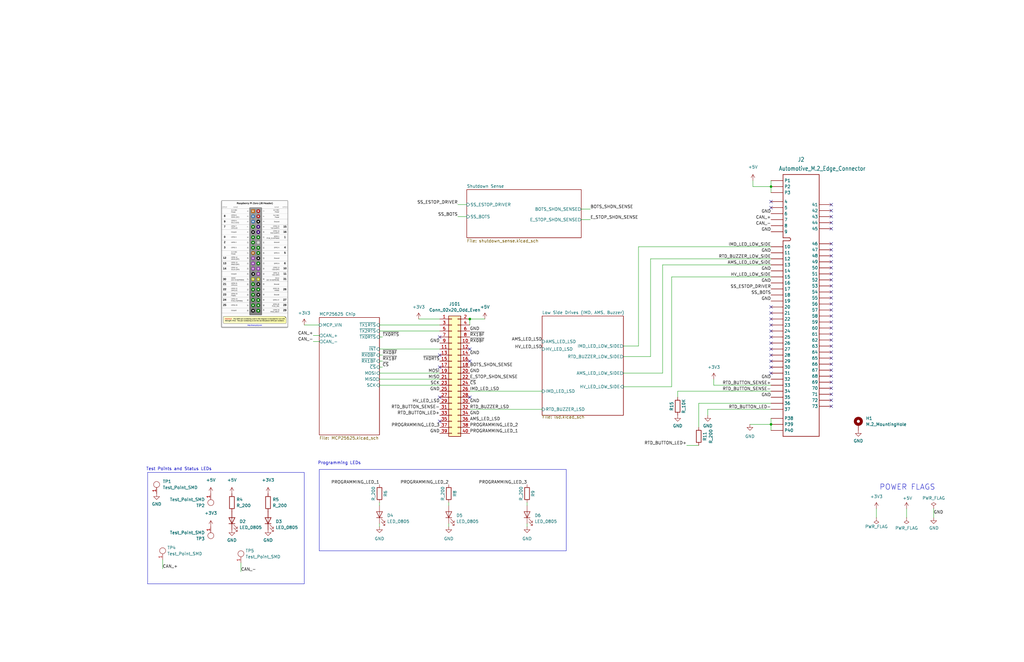
<source format=kicad_sch>
(kicad_sch (version 20231120) (generator "eeschema") (generator_version "8.0")
  (paper "B")
  (title_block (title "OEM Pi Hat Dashboard Schematic") (date "2022-11-06") (rev "1") (company "Olin Electric Motorsports") (comment 1 "Amanda Chang"))
  (lib_symbols
    (symbol "+3V3_1" (power) (pin_names (offset 0))
      (property "Value" "+3V3_1" (at 0 3.556 0))
      (symbol "+3V3_1_0_1"
        (polyline (pts (xy -0.762 1.27) (xy 0 2.54)))
        (polyline (pts (xy 0 0) (xy 0 2.54)))
        (polyline (pts (xy 0 2.54) (xy 0.762 1.27)))
      )
      (symbol "+3V3_1_1_1"
        (pin power_in line (at 0 0 90) (length 0) hide (name "+3V3") (number "1"))
      )
    )
    (symbol "+3V3_2" (power) (pin_names (offset 0))
      (property "Value" "+3V3_2" (at 0 3.556 0))
      (symbol "+3V3_2_0_1"
        (polyline (pts (xy -0.762 1.27) (xy 0 2.54)))
        (polyline (pts (xy 0 0) (xy 0 2.54)))
        (polyline (pts (xy 0 2.54) (xy 0.762 1.27)))
      )
      (symbol "+3V3_2_1_1"
        (pin power_in line (at 0 0 90) (length 0) hide (name "+3V3") (number "1"))
      )
    )
    (symbol "+3V3_3" (power) (pin_names (offset 0))
      (property "Value" "+3V3_3" (at 0 3.556 0))
      (symbol "+3V3_3_0_1"
        (polyline (pts (xy -0.762 1.27) (xy 0 2.54)))
        (polyline (pts (xy 0 0) (xy 0 2.54)))
        (polyline (pts (xy 0 2.54) (xy 0.762 1.27)))
      )
      (symbol "+3V3_3_1_1"
        (pin power_in line (at 0 0 90) (length 0) hide (name "+3V3") (number "1"))
      )
    )
    (symbol "+3V3_4" (power) (pin_names (offset 0))
      (property "Value" "+3V3_4" (at 0 3.556 0))
      (symbol "+3V3_4_0_1"
        (polyline (pts (xy -0.762 1.27) (xy 0 2.54)))
        (polyline (pts (xy 0 0) (xy 0 2.54)))
        (polyline (pts (xy 0 2.54) (xy 0.762 1.27)))
      )
      (symbol "+3V3_4_1_1"
        (pin power_in line (at 0 0 90) (length 0) hide (name "+3V3") (number "1"))
      )
    )
    (symbol "+3V3_5" (power) (pin_names (offset 0))
      (property "Value" "+3V3_5" (at 0 3.556 0))
      (symbol "+3V3_5_0_1"
        (polyline (pts (xy -0.762 1.27) (xy 0 2.54)))
        (polyline (pts (xy 0 0) (xy 0 2.54)))
        (polyline (pts (xy 0 2.54) (xy 0.762 1.27)))
      )
      (symbol "+3V3_5_1_1"
        (pin power_in line (at 0 0 90) (length 0) hide (name "+3V3") (number "1"))
      )
    )
    (symbol "+5V_1" (power) (pin_names (offset 0))
      (property "Value" "+5V_1" (at 0 3.556 0))
      (symbol "+5V_1_0_1"
        (polyline (pts (xy -0.762 1.27) (xy 0 2.54)))
        (polyline (pts (xy 0 0) (xy 0 2.54)))
        (polyline (pts (xy 0 2.54) (xy 0.762 1.27)))
      )
      (symbol "+5V_1_1_1"
        (pin power_in line (at 0 0 90) (length 0) hide (name "+5V") (number "1"))
      )
    )
    (symbol "+5V_2" (power) (pin_names (offset 0))
      (property "Value" "+5V_2" (at 0 3.556 0))
      (symbol "+5V_2_0_1"
        (polyline (pts (xy -0.762 1.27) (xy 0 2.54)))
        (polyline (pts (xy 0 0) (xy 0 2.54)))
        (polyline (pts (xy 0 2.54) (xy 0.762 1.27)))
      )
      (symbol "+5V_2_1_1"
        (pin power_in line (at 0 0 90) (length 0) hide (name "+5V") (number "1"))
      )
    )
    (symbol "+5V_3" (power) (pin_names (offset 0))
      (property "Value" "+5V_3" (at 0 3.556 0))
      (symbol "+5V_3_0_1"
        (polyline (pts (xy -0.762 1.27) (xy 0 2.54)))
        (polyline (pts (xy 0 0) (xy 0 2.54)))
        (polyline (pts (xy 0 2.54) (xy 0.762 1.27)))
      )
      (symbol "+5V_3_1_1"
        (pin power_in line (at 0 0 90) (length 0) hide (name "+5V") (number "1"))
      )
    )
    (symbol "+5V_4" (power) (pin_names (offset 0))
      (property "Value" "+5V_4" (at 0 3.556 0))
      (symbol "+5V_4_0_1"
        (polyline (pts (xy -0.762 1.27) (xy 0 2.54)))
        (polyline (pts (xy 0 0) (xy 0 2.54)))
        (polyline (pts (xy 0 2.54) (xy 0.762 1.27)))
      )
      (symbol "+5V_4_1_1"
        (pin power_in line (at 0 0 90) (length 0) hide (name "+5V") (number "1"))
      )
    )
    (symbol "Connector_Generic:Conn_02x20_Odd_Even" (pin_names (offset 1.016) hide)
      (property "Reference" "J" (at 1.27 25.4 0))
      (property "Value" "Conn_02x20_Odd_Even" (at 1.27 -27.94 0))
      (symbol "Conn_02x20_Odd_Even_1_1"
        (rectangle (start -1.27 -25.273) (end 0 -25.527) (stroke (width 0.1524)))
        (rectangle (start -1.27 -22.733) (end 0 -22.987) (stroke (width 0.1524)))
        (rectangle (start -1.27 -20.193) (end 0 -20.447) (stroke (width 0.1524)))
        (rectangle (start -1.27 -17.653) (end 0 -17.907) (stroke (width 0.1524)))
        (rectangle (start -1.27 -15.113) (end 0 -15.367) (stroke (width 0.1524)))
        (rectangle (start -1.27 -12.573) (end 0 -12.827) (stroke (width 0.1524)))
        (rectangle (start -1.27 -10.033) (end 0 -10.287) (stroke (width 0.1524)))
        (rectangle (start -1.27 -7.493) (end 0 -7.747) (stroke (width 0.1524)))
        (rectangle (start -1.27 -4.953) (end 0 -5.207) (stroke (width 0.1524)))
        (rectangle (start -1.27 -2.413) (end 0 -2.667) (stroke (width 0.1524)))
        (rectangle (start -1.27 0.127) (end 0 -0.127) (stroke (width 0.1524)))
        (rectangle (start -1.27 2.667) (end 0 2.413) (stroke (width 0.1524)))
        (rectangle (start -1.27 5.207) (end 0 4.953) (stroke (width 0.1524)))
        (rectangle (start -1.27 7.747) (end 0 7.493) (stroke (width 0.1524)))
        (rectangle (start -1.27 10.287) (end 0 10.033) (stroke (width 0.1524)))
        (rectangle (start -1.27 12.827) (end 0 12.573) (stroke (width 0.1524)))
        (rectangle (start -1.27 15.367) (end 0 15.113) (stroke (width 0.1524)))
        (rectangle (start -1.27 17.907) (end 0 17.653) (stroke (width 0.1524)))
        (rectangle (start -1.27 20.447) (end 0 20.193) (stroke (width 0.1524)))
        (rectangle (start -1.27 22.987) (end 0 22.733) (stroke (width 0.1524)))
        (rectangle (start -1.27 24.13) (end 3.81 -26.67) (stroke (width 0.254)) (fill (type background)))
        (rectangle (start 3.81 -25.273) (end 2.54 -25.527) (stroke (width 0.1524)))
        (rectangle (start 3.81 -22.733) (end 2.54 -22.987) (stroke (width 0.1524)))
        (rectangle (start 3.81 -20.193) (end 2.54 -20.447) (stroke (width 0.1524)))
        (rectangle (start 3.81 -17.653) (end 2.54 -17.907) (stroke (width 0.1524)))
        (rectangle (start 3.81 -15.113) (end 2.54 -15.367) (stroke (width 0.1524)))
        (rectangle (start 3.81 -12.573) (end 2.54 -12.827) (stroke (width 0.1524)))
        (rectangle (start 3.81 -10.033) (end 2.54 -10.287) (stroke (width 0.1524)))
        (rectangle (start 3.81 -7.493) (end 2.54 -7.747) (stroke (width 0.1524)))
        (rectangle (start 3.81 -4.953) (end 2.54 -5.207) (stroke (width 0.1524)))
        (rectangle (start 3.81 -2.413) (end 2.54 -2.667) (stroke (width 0.1524)))
        (rectangle (start 3.81 0.127) (end 2.54 -0.127) (stroke (width 0.1524)))
        (rectangle (start 3.81 2.667) (end 2.54 2.413) (stroke (width 0.1524)))
        (rectangle (start 3.81 5.207) (end 2.54 4.953) (stroke (width 0.1524)))
        (rectangle (start 3.81 7.747) (end 2.54 7.493) (stroke (width 0.1524)))
        (rectangle (start 3.81 10.287) (end 2.54 10.033) (stroke (width 0.1524)))
        (rectangle (start 3.81 12.827) (end 2.54 12.573) (stroke (width 0.1524)))
        (rectangle (start 3.81 15.367) (end 2.54 15.113) (stroke (width 0.1524)))
        (rectangle (start 3.81 17.907) (end 2.54 17.653) (stroke (width 0.1524)))
        (rectangle (start 3.81 20.447) (end 2.54 20.193) (stroke (width 0.1524)))
        (rectangle (start 3.81 22.987) (end 2.54 22.733) (stroke (width 0.1524)))
        (pin passive line (at -5.08 22.86 0) (length 3.81) (name "Pin_1") (number "1"))
        (pin passive line (at 7.62 12.7 180) (length 3.81) (name "Pin_10") (number "10"))
        (pin passive line (at -5.08 10.16 0) (length 3.81) (name "Pin_11") (number "11"))
        (pin passive line (at 7.62 10.16 180) (length 3.81) (name "Pin_12") (number "12"))
        (pin passive line (at -5.08 7.62 0) (length 3.81) (name "Pin_13") (number "13"))
        (pin passive line (at 7.62 7.62 180) (length 3.81) (name "Pin_14") (number "14"))
        (pin passive line (at -5.08 5.08 0) (length 3.81) (name "Pin_15") (number "15"))
        (pin passive line (at 7.62 5.08 180) (length 3.81) (name "Pin_16") (number "16"))
        (pin passive line (at -5.08 2.54 0) (length 3.81) (name "Pin_17") (number "17"))
        (pin passive line (at 7.62 2.54 180) (length 3.81) (name "Pin_18") (number "18"))
        (pin passive line (at -5.08 0 0) (length 3.81) (name "Pin_19") (number "19"))
        (pin passive line (at 7.62 22.86 180) (length 3.81) (name "Pin_2") (number "2"))
        (pin passive line (at 7.62 0 180) (length 3.81) (name "Pin_20") (number "20"))
        (pin passive line (at -5.08 -2.54 0) (length 3.81) (name "Pin_21") (number "21"))
        (pin passive line (at 7.62 -2.54 180) (length 3.81) (name "Pin_22") (number "22"))
        (pin passive line (at -5.08 -5.08 0) (length 3.81) (name "Pin_23") (number "23"))
        (pin passive line (at 7.62 -5.08 180) (length 3.81) (name "Pin_24") (number "24"))
        (pin passive line (at -5.08 -7.62 0) (length 3.81) (name "Pin_25") (number "25"))
        (pin passive line (at 7.62 -7.62 180) (length 3.81) (name "Pin_26") (number "26"))
        (pin passive line (at -5.08 -10.16 0) (length 3.81) (name "Pin_27") (number "27"))
        (pin passive line (at 7.62 -10.16 180) (length 3.81) (name "Pin_28") (number "28"))
        (pin passive line (at -5.08 -12.7 0) (length 3.81) (name "Pin_29") (number "29"))
        (pin passive line (at -5.08 20.32 0) (length 3.81) (name "Pin_3") (number "3"))
        (pin passive line (at 7.62 -12.7 180) (length 3.81) (name "Pin_30") (number "30"))
        (pin passive line (at -5.08 -15.24 0) (length 3.81) (name "Pin_31") (number "31"))
        (pin passive line (at 7.62 -15.24 180) (length 3.81) (name "Pin_32") (number "32"))
        (pin passive line (at -5.08 -17.78 0) (length 3.81) (name "Pin_33") (number "33"))
        (pin passive line (at 7.62 -17.78 180) (length 3.81) (name "Pin_34") (number "34"))
        (pin passive line (at -5.08 -20.32 0) (length 3.81) (name "Pin_35") (number "35"))
        (pin passive line (at 7.62 -20.32 180) (length 3.81) (name "Pin_36") (number "36"))
        (pin passive line (at -5.08 -22.86 0) (length 3.81) (name "Pin_37") (number "37"))
        (pin passive line (at 7.62 -22.86 180) (length 3.81) (name "Pin_38") (number "38"))
        (pin passive line (at -5.08 -25.4 0) (length 3.81) (name "Pin_39") (number "39"))
        (pin passive line (at 7.62 20.32 180) (length 3.81) (name "Pin_4") (number "4"))
        (pin passive line (at 7.62 -25.4 180) (length 3.81) (name "Pin_40") (number "40"))
        (pin passive line (at -5.08 17.78 0) (length 3.81) (name "Pin_5") (number "5"))
        (pin passive line (at 7.62 17.78 180) (length 3.81) (name "Pin_6") (number "6"))
        (pin passive line (at -5.08 15.24 0) (length 3.81) (name "Pin_7") (number "7"))
        (pin passive line (at 7.62 15.24 180) (length 3.81) (name "Pin_8") (number "8"))
        (pin passive line (at -5.08 12.7 0) (length 3.81) (name "Pin_9") (number "9"))
      )
    )
    (symbol "GND_1" (power) (pin_names (offset 0))
      (property "Value" "GND_1" (at 0 -3.81 0))
      (symbol "GND_1_0_1"
        (polyline (pts (xy 0 0) (xy 0 -1.27) (xy 1.27 -1.27) (xy 0 -2.54) (xy -1.27 -1.27) (xy 0 -1.27)))
      )
      (symbol "GND_1_1_1"
        (pin power_in line (at 0 0 270) (length 0) hide (name "GND") (number "1"))
      )
    )
    (symbol "GND_10" (power) (pin_names (offset 0))
      (property "Value" "GND_10" (at 0 -3.81 0))
      (symbol "GND_10_0_1"
        (polyline (pts (xy 0 0) (xy 0 -1.27) (xy 1.27 -1.27) (xy 0 -2.54) (xy -1.27 -1.27) (xy 0 -1.27)))
      )
      (symbol "GND_10_1_1"
        (pin power_in line (at 0 0 270) (length 0) hide (name "GND") (number "1"))
      )
    )
    (symbol "GND_2" (power) (pin_names (offset 0))
      (property "Value" "GND_2" (at 0 -3.81 0))
      (symbol "GND_2_0_1"
        (polyline (pts (xy 0 0) (xy 0 -1.27) (xy 1.27 -1.27) (xy 0 -2.54) (xy -1.27 -1.27) (xy 0 -1.27)))
      )
      (symbol "GND_2_1_1"
        (pin power_in line (at 0 0 270) (length 0) hide (name "GND") (number "1"))
      )
    )
    (symbol "GND_3" (power) (pin_names (offset 0))
      (property "Value" "GND_3" (at 0 -3.81 0))
      (symbol "GND_3_0_1"
        (polyline (pts (xy 0 0) (xy 0 -1.27) (xy 1.27 -1.27) (xy 0 -2.54) (xy -1.27 -1.27) (xy 0 -1.27)))
      )
      (symbol "GND_3_1_1"
        (pin power_in line (at 0 0 270) (length 0) hide (name "GND") (number "1"))
      )
    )
    (symbol "GND_4" (power) (pin_names (offset 0))
      (property "Value" "GND_4" (at 0 -3.81 0))
      (symbol "GND_4_0_1"
        (polyline (pts (xy 0 0) (xy 0 -1.27) (xy 1.27 -1.27) (xy 0 -2.54) (xy -1.27 -1.27) (xy 0 -1.27)))
      )
      (symbol "GND_4_1_1"
        (pin power_in line (at 0 0 270) (length 0) hide (name "GND") (number "1"))
      )
    )
    (symbol "GND_5" (power) (pin_names (offset 0))
      (property "Value" "GND_5" (at 0 -3.81 0))
      (symbol "GND_5_0_1"
        (polyline (pts (xy 0 0) (xy 0 -1.27) (xy 1.27 -1.27) (xy 0 -2.54) (xy -1.27 -1.27) (xy 0 -1.27)))
      )
      (symbol "GND_5_1_1"
        (pin power_in line (at 0 0 270) (length 0) hide (name "GND") (number "1"))
      )
    )
    (symbol "GND_6" (power) (pin_names (offset 0))
      (property "Value" "GND_6" (at 0 -3.81 0))
      (symbol "GND_6_0_1"
        (polyline (pts (xy 0 0) (xy 0 -1.27) (xy 1.27 -1.27) (xy 0 -2.54) (xy -1.27 -1.27) (xy 0 -1.27)))
      )
      (symbol "GND_6_1_1"
        (pin power_in line (at 0 0 270) (length 0) hide (name "GND") (number "1"))
      )
    )
    (symbol "GND_7" (power) (pin_names (offset 0))
      (property "Value" "GND_7" (at 0 -3.81 0))
      (symbol "GND_7_0_1"
        (polyline (pts (xy 0 0) (xy 0 -1.27) (xy 1.27 -1.27) (xy 0 -2.54) (xy -1.27 -1.27) (xy 0 -1.27)))
      )
      (symbol "GND_7_1_1"
        (pin power_in line (at 0 0 270) (length 0) hide (name "GND") (number "1"))
      )
    )
    (symbol "GND_8" (power) (pin_names (offset 0))
      (property "Value" "GND_8" (at 0 -3.81 0))
      (symbol "GND_8_0_1"
        (polyline (pts (xy 0 0) (xy 0 -1.27) (xy 1.27 -1.27) (xy 0 -2.54) (xy -1.27 -1.27) (xy 0 -1.27)))
      )
      (symbol "GND_8_1_1"
        (pin power_in line (at 0 0 270) (length 0) hide (name "GND") (number "1"))
      )
    )
    (symbol "GND_9" (power) (pin_names (offset 0))
      (property "Value" "GND_9" (at 0 -3.81 0))
      (symbol "GND_9_0_1"
        (polyline (pts (xy 0 0) (xy 0 -1.27) (xy 1.27 -1.27) (xy 0 -2.54) (xy -1.27 -1.27) (xy 0 -1.27)))
      )
      (symbol "GND_9_1_1"
        (pin power_in line (at 0 0 270) (length 0) hide (name "GND") (number "1"))
      )
    )
    (symbol "OEM:LED_WHITE" (pin_numbers hide) (pin_names (offset 1.016) hide)
      (property "Reference" "D" (at 0 2.54 0))
      (property "Value" "LED_WHITE" (at 0 -2.54 0))
      (symbol "LED_WHITE_0_1"
        (polyline (pts (xy -1.27 -1.27) (xy -1.27 1.27)) (stroke (width 0.254)))
        (polyline (pts (xy -1.27 0) (xy 1.27 0)))
        (polyline (pts (xy 1.27 -1.27) (xy 1.27 1.27) (xy -1.27 0) (xy 1.27 -1.27)) (stroke (width 0.254)))
        (polyline (pts (xy -3.048 -0.762) (xy -4.572 -2.286) (xy -3.81 -2.286) (xy -4.572 -2.286) (xy -4.572 -1.524)))
        (polyline (pts (xy -1.778 -0.762) (xy -3.302 -2.286) (xy -2.54 -2.286) (xy -3.302 -2.286) (xy -3.302 -1.524)))
      )
      (symbol "LED_WHITE_1_1"
        (pin passive line (at -3.81 0 0) (length 2.54) (name "K") (number "1"))
        (pin passive line (at 3.81 0 180) (length 2.54) (name "A") (number "2"))
      )
    )
    (symbol "PWR_FLAG_1" (power) (pin_numbers hide) (pin_names (offset 0) hide)
      (property "Value" "PWR_FLAG_1" (at 0 3.81 0))
      (symbol "PWR_FLAG_1_0_0"
        (pin power_out line (at 0 0 90) (length 0) (name "pwr") (number "1"))
      )
      (symbol "PWR_FLAG_1_0_1"
        (polyline (pts (xy 0 0) (xy 0 1.27) (xy -1.016 1.905) (xy 0 2.54) (xy 1.016 1.905) (xy 0 1.27)))
      )
    )
    (symbol "PWR_FLAG_2" (power) (pin_numbers hide) (pin_names (offset 0) hide)
      (property "Value" "PWR_FLAG_2" (at 0 3.81 0))
      (symbol "PWR_FLAG_2_0_0"
        (pin power_out line (at 0 0 90) (length 0) (name "pwr") (number "1"))
      )
      (symbol "PWR_FLAG_2_0_1"
        (polyline (pts (xy 0 0) (xy 0 1.27) (xy -1.016 1.905) (xy 0 2.54) (xy 1.016 1.905) (xy 0 1.27)))
      )
    )
    (symbol "formula:Automotive_M.2_Edge_Connector"
      (property "Reference" "J?" (at 1.27 49.53 0))
      (property "Value" "Automotive_M.2_Edge_Connector" (at 7.62 45.72 0))
      (symbol "Automotive_M.2_Edge_Connector_0_1"
        (arc (start -5.0436 15.2415) (mid -4.4198 15.8765) (end -5.0436 16.5115) (stroke (width 0.25)))
        (polyline (pts (xy -7.62 15.24) (xy -5.08 15.24)) (stroke (width 0.25)))
        (polyline (pts (xy -7.62 16.51) (xy -5.08 16.51)) (stroke (width 0.25)))
        (polyline (pts (xy -7.62 43.18) (xy -7.62 16.51)) (stroke (width 0.25)))
        (polyline (pts (xy 7.62 -67.31) (xy -7.62 -67.31)) (stroke (width 0.25)))
      )
      (symbol "Automotive_M.2_Edge_Connector_1_0"
        (polyline (pts (xy -7.62 -67.31) (xy -7.62 15.24)) (stroke (width 0.254)))
        (polyline (pts (xy 7.62 43.18) (xy -7.62 43.18)) (stroke (width 0.254)))
        (polyline (pts (xy 7.62 43.18) (xy 7.62 -67.31)) (stroke (width 0.254)))
        (pin bidirectional line (at -12.7 12.7 0) (length 5.08) (name "10") (number "10"))
        (pin bidirectional line (at -12.7 10.16 0) (length 5.08) (name "11") (number "11"))
        (pin bidirectional line (at -12.7 7.62 0) (length 5.08) (name "12") (number "12"))
        (pin bidirectional line (at -12.7 5.08 0) (length 5.08) (name "13") (number "13"))
        (pin bidirectional line (at -12.7 2.54 0) (length 5.08) (name "14") (number "14"))
        (pin bidirectional line (at -12.7 0 0) (length 5.08) (name "15") (number "15"))
        (pin bidirectional line (at -12.7 -2.54 0) (length 5.08) (name "16") (number "16"))
        (pin bidirectional line (at -12.7 -5.08 0) (length 5.08) (name "17") (number "17"))
        (pin bidirectional line (at -12.7 -7.62 0) (length 5.08) (name "18") (number "18"))
        (pin bidirectional line (at -12.7 -10.16 0) (length 5.08) (name "19") (number "19"))
        (pin bidirectional line (at -12.7 -12.7 0) (length 5.08) (name "20") (number "20"))
        (pin bidirectional line (at -12.7 -15.24 0) (length 5.08) (name "21") (number "21"))
        (pin bidirectional line (at -12.7 -17.78 0) (length 5.08) (name "22") (number "22"))
        (pin bidirectional line (at -12.7 -20.32 0) (length 5.08) (name "23") (number "23"))
        (pin bidirectional line (at -12.7 -22.86 0) (length 5.08) (name "24") (number "24"))
        (pin bidirectional line (at -12.7 -25.4 0) (length 5.08) (name "25") (number "25"))
        (pin bidirectional line (at -12.7 -27.94 0) (length 5.08) (name "26") (number "26"))
        (pin bidirectional line (at -12.7 -30.48 0) (length 5.08) (name "27") (number "27"))
        (pin bidirectional line (at -12.7 -33.02 0) (length 5.08) (name "28") (number "28"))
        (pin bidirectional line (at -12.7 -35.56 0) (length 5.08) (name "29") (number "29"))
        (pin bidirectional line (at -12.7 -38.1 0) (length 5.08) (name "30") (number "30"))
        (pin bidirectional line (at -12.7 -40.64 0) (length 5.08) (name "31") (number "31"))
        (pin bidirectional line (at -12.7 -43.18 0) (length 5.08) (name "32") (number "32"))
        (pin bidirectional line (at -12.7 -45.72 0) (length 5.08) (name "33") (number "33"))
        (pin bidirectional line (at -12.7 -48.26 0) (length 5.08) (name "34") (number "34"))
        (pin bidirectional line (at -12.7 -50.8 0) (length 5.08) (name "35") (number "35"))
        (pin bidirectional line (at -12.7 -53.34 0) (length 5.08) (name "36") (number "36"))
        (pin bidirectional line (at -12.7 -55.88 0) (length 5.08) (name "37") (number "37"))
        (pin bidirectional line (at -12.7 31.75 0) (length 5.08) (name "4") (number "4"))
        (pin bidirectional line (at 12.7 30.48 180) (length 5.08) (name "41") (number "41"))
        (pin bidirectional line (at 12.7 27.94 180) (length 5.08) (name "42") (number "42"))
        (pin bidirectional line (at 12.7 25.4 180) (length 5.08) (name "43") (number "43"))
        (pin bidirectional line (at 12.7 22.86 180) (length 5.08) (name "44") (number "44"))
        (pin bidirectional line (at 12.7 20.32 180) (length 5.08) (name "45") (number "45"))
        (pin bidirectional line (at 12.7 13.97 180) (length 5.08) (name "46") (number "46"))
        (pin bidirectional line (at 12.7 11.43 180) (length 5.08) (name "47") (number "47"))
        (pin bidirectional line (at 12.7 8.89 180) (length 5.08) (name "48") (number "48"))
        (pin bidirectional line (at 12.7 6.35 180) (length 5.08) (name "49") (number "49"))
        (pin bidirectional line (at -12.7 29.21 0) (length 5.08) (name "5") (number "5"))
        (pin bidirectional line (at 12.7 3.81 180) (length 5.08) (name "50") (number "50"))
        (pin bidirectional line (at 12.7 1.27 180) (length 5.08) (name "51") (number "51"))
        (pin bidirectional line (at 12.7 -1.27 180) (length 5.08) (name "52") (number "52"))
        (pin bidirectional line (at 12.7 -3.81 180) (length 5.08) (name "53") (number "53"))
        (pin bidirectional line (at 12.7 -6.35 180) (length 5.08) (name "54") (number "54"))
        (pin bidirectional line (at 12.7 -8.89 180) (length 5.08) (name "55") (number "55"))
        (pin bidirectional line (at 12.7 -11.43 180) (length 5.08) (name "56") (number "56"))
        (pin bidirectional line (at 12.7 -13.97 180) (length 5.08) (name "57") (number "57"))
        (pin bidirectional line (at 12.7 -16.51 180) (length 5.08) (name "58") (number "58"))
        (pin bidirectional line (at 12.7 -19.05 180) (length 5.08) (name "59") (number "59"))
        (pin bidirectional line (at -12.7 26.67 0) (length 5.08) (name "6") (number "6"))
        (pin bidirectional line (at 12.7 -21.59 180) (length 5.08) (name "60") (number "60"))
        (pin bidirectional line (at 12.7 -24.13 180) (length 5.08) (name "61") (number "61"))
        (pin bidirectional line (at 12.7 -26.67 180) (length 5.08) (name "62") (number "62"))
        (pin bidirectional line (at 12.7 -29.21 180) (length 5.08) (name "63") (number "63"))
        (pin bidirectional line (at 12.7 -31.75 180) (length 5.08) (name "64") (number "64"))
        (pin bidirectional line (at 12.7 -34.29 180) (length 5.08) (name "65") (number "65"))
        (pin bidirectional line (at 12.7 -36.83 180) (length 5.08) (name "66") (number "66"))
        (pin bidirectional line (at 12.7 -39.37 180) (length 5.08) (name "67") (number "67"))
        (pin bidirectional line (at 12.7 -41.91 180) (length 5.08) (name "68") (number "68"))
        (pin bidirectional line (at 12.7 -44.45 180) (length 5.08) (name "69") (number "69"))
        (pin bidirectional line (at -12.7 24.13 0) (length 5.08) (name "7") (number "7"))
        (pin bidirectional line (at 12.7 -46.99 180) (length 5.08) (name "70") (number "70"))
        (pin bidirectional line (at 12.7 -49.53 180) (length 5.08) (name "71") (number "71"))
        (pin bidirectional line (at 12.7 -52.07 180) (length 5.08) (name "72") (number "72"))
        (pin bidirectional line (at 12.7 -54.61 180) (length 5.08) (name "73") (number "73"))
        (pin bidirectional line (at -12.7 21.59 0) (length 5.08) (name "8") (number "8"))
        (pin bidirectional line (at -12.7 19.05 0) (length 5.08) (name "9") (number "9"))
        (pin bidirectional line (at -12.7 40.64 0) (length 5.08) (name "P1") (number "P1"))
        (pin bidirectional line (at -12.7 38.1 0) (length 5.08) (name "P2") (number "P2"))
        (pin bidirectional line (at -12.7 35.56 0) (length 5.08) (name "P3") (number "P3"))
        (pin bidirectional line (at -12.7 -59.69 0) (length 5.08) (name "P38") (number "P38"))
        (pin bidirectional line (at -12.7 -62.23 0) (length 5.08) (name "P39") (number "P39"))
        (pin bidirectional line (at -12.7 -64.77 0) (length 5.08) (name "P40") (number "P40"))
      )
    )
    (symbol "formula:LED_0805" (pin_numbers hide) (pin_names (offset 1.016) hide)
      (property "Reference" "D" (at 0 -2.54 0))
      (property "Value" "LED_0805" (at 0 2.54 0))
      (symbol "LED_0805_0_1"
        (polyline (pts (xy -1.27 -1.27) (xy -1.27 1.27)) (stroke (width 0.2032)))
        (polyline (pts (xy -1.27 0) (xy 1.27 0)))
        (polyline (pts (xy 1.27 -1.27) (xy 1.27 1.27) (xy -1.27 0) (xy 1.27 -1.27)) (stroke (width 0.2032)))
        (polyline (pts (xy -3.048 -0.762) (xy -4.572 -2.286) (xy -3.81 -2.286) (xy -4.572 -2.286) (xy -4.572 -1.524)))
        (polyline (pts (xy -1.778 -0.762) (xy -3.302 -2.286) (xy -2.54 -2.286) (xy -3.302 -2.286) (xy -3.302 -1.524)))
      )
      (symbol "LED_0805_1_1"
        (pin passive line (at -3.81 0 0) (length 2.54) (name "K") (number "1"))
        (pin passive line (at 3.81 0 180) (length 2.54) (name "A") (number "2"))
      )
    )
    (symbol "formula:M.2_MountingHole" (pin_numbers hide) (pin_names (offset 1.016) hide)
      (property "Reference" "H" (at 0 6.35 0))
      (property "Value" "M.2_MountingHole" (at 0 4.445 0))
      (symbol "M.2_MountingHole_0_1"
        (circle (center 0 1.27) (radius 1.27) (stroke (width 1.27)))
      )
      (symbol "M.2_MountingHole_1_1"
        (pin input line (at 0 -2.54 90) (length 2.54) (name "1") (number "1"))
      )
    )
    (symbol "formula:R_10K" (pin_numbers hide) (pin_names (offset 0))
      (property "Reference" "R" (at 2.032 0 90))
      (property "Value" "R_10K" (at -2.54 0 90))
      (symbol "R_10K_0_1"
        (rectangle (start -1.016 -2.54) (end 1.016 2.54) (stroke (width 0.254)))
      )
      (symbol "R_10K_1_1"
        (pin passive line (at 0 3.81 270) (length 1.27) (name "~") (number "1"))
        (pin passive line (at 0 -3.81 90) (length 1.27) (name "~") (number "2"))
      )
    )
    (symbol "formula:R_200" (pin_numbers hide) (pin_names (offset 0))
      (property "Reference" "R" (at 2.032 0 90))
      (property "Value" "R_200" (at -2.54 0 90))
      (symbol "R_200_0_1"
        (rectangle (start -1.016 -2.54) (end 1.016 2.54) (stroke (width 0.254)))
      )
      (symbol "R_200_1_1"
        (pin passive line (at 0 3.81 270) (length 1.27) (name "~") (number "1"))
        (pin passive line (at 0 -3.81 90) (length 1.27) (name "~") (number "2"))
      )
    )
    (symbol "formula:Test_Point_SMD" (pin_names (offset 1.016))
      (property "Reference" "TP" (at 0 7.62 0))
      (property "Value" "Test_Point_SMD" (at 1.27 5.08 0))
      (symbol "Test_Point_SMD_1_1"
        (circle (center 0 2.54) (radius 1.27))
        (pin input line (at 0 -1.27 90) (length 2.54) (name "~") (number "1"))
      )
    )
    (symbol "power:+3V3" (power) (pin_names (offset 0))
      (property "Value" "+3V3" (at 0 3.556 0))
      (symbol "+3V3_0_1"
        (polyline (pts (xy -0.762 1.27) (xy 0 2.54)))
        (polyline (pts (xy 0 0) (xy 0 2.54)))
        (polyline (pts (xy 0 2.54) (xy 0.762 1.27)))
      )
      (symbol "+3V3_1_1"
        (pin power_in line (at 0 0 90) (length 0) hide (name "+3V3") (number "1"))
      )
    )
    (symbol "power:+5V" (power) (pin_names (offset 0))
      (property "Value" "+5V" (at 0 3.556 0))
      (symbol "+5V_0_1"
        (polyline (pts (xy -0.762 1.27) (xy 0 2.54)))
        (polyline (pts (xy 0 0) (xy 0 2.54)))
        (polyline (pts (xy 0 2.54) (xy 0.762 1.27)))
      )
      (symbol "+5V_1_1"
        (pin power_in line (at 0 0 90) (length 0) hide (name "+5V") (number "1"))
      )
    )
    (symbol "power:GND" (power) (pin_names (offset 0))
      (property "Value" "GND" (at 0 -3.81 0))
      (symbol "GND_0_1"
        (polyline (pts (xy 0 0) (xy 0 -1.27) (xy 1.27 -1.27) (xy 0 -2.54) (xy -1.27 -1.27) (xy 0 -1.27)))
      )
      (symbol "GND_1_1"
        (pin power_in line (at 0 0 270) (length 0) hide (name "GND") (number "1"))
      )
    )
    (symbol "power:PWR_FLAG" (power) (pin_numbers hide) (pin_names (offset 0) hide)
      (property "Value" "PWR_FLAG" (at 0 3.81 0))
      (symbol "PWR_FLAG_0_0"
        (pin power_out line (at 0 0 90) (length 0) (name "pwr") (number "1"))
      )
      (symbol "PWR_FLAG_0_1"
        (polyline (pts (xy 0 0) (xy 0 1.27) (xy -1.016 1.905) (xy 0 2.54) (xy 1.016 1.905) (xy 0 1.27)))
      )
    )
  )
  (junction (at 198.12 134.62))
  (junction (at 325.12 78.74))
  (junction (at 325.12 179.07))
  (no_connect (at 350.52 148.59))
  (no_connect (at 350.52 113.03))
  (no_connect (at 325.12 149.86))
  (no_connect (at 350.52 130.81))
  (no_connect (at 185.42 167.64))
  (no_connect (at 350.52 102.87))
  (no_connect (at 350.52 163.83))
  (no_connect (at 198.12 152.4))
  (no_connect (at 350.52 135.89))
  (no_connect (at 350.52 118.11))
  (no_connect (at 325.12 139.7))
  (no_connect (at 185.42 142.24))
  (no_connect (at 350.52 143.51))
  (no_connect (at 350.52 110.49))
  (no_connect (at 350.52 105.41))
  (no_connect (at 325.12 147.32))
  (no_connect (at 350.52 140.97))
  (no_connect (at 325.12 157.48))
  (no_connect (at 350.52 158.75))
  (no_connect (at 325.12 132.08))
  (no_connect (at 350.52 151.13))
  (no_connect (at 350.52 146.05))
  (no_connect (at 185.42 154.94))
  (no_connect (at 350.52 115.57))
  (no_connect (at 325.12 137.16))
  (no_connect (at 350.52 125.73))
  (no_connect (at 350.52 171.45))
  (no_connect (at 198.12 147.32))
  (no_connect (at 350.52 91.44))
  (no_connect (at 350.52 153.67))
  (no_connect (at 325.12 134.62))
  (no_connect (at 325.12 142.24))
  (no_connect (at 350.52 138.43))
  (no_connect (at 325.12 154.94))
  (no_connect (at 350.52 161.29))
  (no_connect (at 350.52 128.27))
  (no_connect (at 198.12 167.64))
  (no_connect (at 350.52 96.52))
  (no_connect (at 350.52 166.37))
  (no_connect (at 350.52 93.98))
  (no_connect (at 325.12 152.4))
  (no_connect (at 350.52 156.21))
  (no_connect (at 350.52 86.36))
  (no_connect (at 185.42 177.8))
  (no_connect (at 325.12 144.78))
  (no_connect (at 350.52 120.65))
  (no_connect (at 350.52 107.95))
  (no_connect (at 325.12 87.63))
  (no_connect (at 325.12 85.09))
  (no_connect (at 185.42 149.86))
  (no_connect (at 350.52 88.9))
  (no_connect (at 325.12 129.54))
  (no_connect (at 350.52 168.91))
  (no_connect (at 350.52 133.35))
  (no_connect (at 350.52 123.19))
  (wire (pts (xy 204.47 134.62) (xy 198.12 134.62)))
  (wire (pts (xy 269.24 104.14) (xy 269.24 146.05)))
  (wire (pts (xy 160.02 154.94) (xy 161.29 154.94)))
  (wire (pts (xy 294.64 170.18) (xy 294.64 180.34)))
  (wire (pts (xy 193.04 86.36) (xy 196.85 86.36)))
  (wire (pts (xy 160.02 142.24) (xy 161.29 142.24)))
  (wire (pts (xy 325.12 179.07) (xy 325.12 181.61)))
  (wire (pts (xy 262.89 163.195) (xy 283.21 163.195)))
  (wire (pts (xy 245.11 92.71) (xy 248.92 92.71)))
  (wire (pts (xy 279.4 111.76) (xy 325.12 111.76)))
  (wire (pts (xy 68.58 236.22) (xy 68.58 240.03)))
  (wire (pts (xy 283.21 116.84) (xy 283.21 163.195)))
  (wire (pts (xy 198.12 172.72) (xy 228.6 172.72)))
  (wire (pts (xy 274.32 109.22) (xy 325.12 109.22)))
  (wire (pts (xy 222.25 212.09) (xy 222.25 213.36)))
  (wire (pts (xy 300.99 162.56) (xy 300.99 160.02)))
  (wire (pts (xy 269.24 104.14) (xy 325.12 104.14)))
  (wire (pts (xy 128.27 137.16) (xy 134.62 137.16)))
  (polyline (pts (xy 128.27 246.38) (xy 128.27 199.39)))
  (wire (pts (xy 189.23 212.09) (xy 189.23 213.36)))
  (wire (pts (xy 382.27 218.44) (xy 382.27 214.63)))
  (wire (pts (xy 132.08 144.145) (xy 134.62 144.145)))
  (wire (pts (xy 222.25 220.98) (xy 222.25 222.25)))
  (wire (pts (xy 160.02 157.48) (xy 185.42 157.48)))
  (wire (pts (xy 245.11 88.265) (xy 248.92 88.265)))
  (wire (pts (xy 160.02 139.7) (xy 185.42 139.7)))
  (wire (pts (xy 393.7 214.63) (xy 393.7 218.44)))
  (polyline (pts (xy 238.76 232.41) (xy 238.76 198.12)))
  (wire (pts (xy 189.23 220.98) (xy 189.23 222.25)))
  (wire (pts (xy 298.45 172.72) (xy 325.12 172.72)))
  (wire (pts (xy 101.6 237.49) (xy 101.6 241.3)))
  (wire (pts (xy 285.75 165.1) (xy 325.12 165.1)))
  (wire (pts (xy 160.02 149.86) (xy 161.29 149.86)))
  (wire (pts (xy 274.32 150.495) (xy 262.89 150.495)))
  (wire (pts (xy 160.02 212.09) (xy 160.02 213.36)))
  (wire (pts (xy 289.56 187.96) (xy 294.64 187.96)))
  (wire (pts (xy 198.12 165.1) (xy 228.6 165.1)))
  (wire (pts (xy 325.12 76.2) (xy 325.12 78.74)))
  (wire (pts (xy 325.12 176.53) (xy 325.12 179.07)))
  (wire (pts (xy 160.02 160.02) (xy 185.42 160.02)))
  (wire (pts (xy 325.12 78.74) (xy 325.12 81.28)))
  (wire (pts (xy 279.4 111.76) (xy 279.4 157.48)))
  (polyline (pts (xy 134.62 198.12) (xy 134.62 232.41)))
  (wire (pts (xy 160.02 147.32) (xy 185.42 147.32)))
  (polyline (pts (xy 62.23 246.38) (xy 128.27 246.38)))
  (wire (pts (xy 160.02 152.4) (xy 161.29 152.4)))
  (wire (pts (xy 283.21 116.84) (xy 325.12 116.84)))
  (wire (pts (xy 274.32 109.22) (xy 274.32 150.495)))
  (wire (pts (xy 132.08 141.605) (xy 134.62 141.605)))
  (wire (pts (xy 160.02 162.56) (xy 185.42 162.56)))
  (wire (pts (xy 325.12 162.56) (xy 300.99 162.56)))
  (wire (pts (xy 298.45 172.72) (xy 298.45 175.26)))
  (wire (pts (xy 285.75 165.1) (xy 285.75 167.64)))
  (wire (pts (xy 160.02 220.98) (xy 160.02 222.25)))
  (wire (pts (xy 193.04 91.44) (xy 196.85 91.44)))
  (wire (pts (xy 262.89 157.48) (xy 279.4 157.48)))
  (wire (pts (xy 316.23 179.07) (xy 325.12 179.07)))
  (wire (pts (xy 198.12 134.62) (xy 198.12 137.16)))
  (wire (pts (xy 317.5 76.2) (xy 317.5 78.74)))
  (polyline (pts (xy 128.27 199.39) (xy 62.23 199.39)))
  (polyline (pts (xy 134.62 232.41) (xy 238.76 232.41)))
  (wire (pts (xy 176.53 134.62) (xy 185.42 134.62)))
  (wire (pts (xy 269.24 146.05) (xy 262.89 146.05)))
  (wire (pts (xy 325.12 78.74) (xy 317.5 78.74)))
  (wire (pts (xy 369.57 214.63) (xy 369.57 218.44)))
  (wire (pts (xy 160.02 137.16) (xy 185.42 137.16)))
  (wire (pts (xy 294.64 170.18) (xy 325.12 170.18)))
  (polyline (pts (xy 62.23 199.39) (xy 62.23 246.38)))
  (polyline (pts (xy 134.62 198.12) (xy 238.76 198.12)))
  (image (at 107.4224 111.3699) (scale 0.231961))
  (text "Programming LEDs" (at 133.985 196.215 0) (effects (font (size 1.27 1.27)) (justify left bottom)))
  (text "POWER FLAGS\n" (at 370.84 207.01 0) (effects (font (size 2.2606 2.2606)) (justify left bottom)))
  (text "Test Points and Status LEDs\n" (at 61.595 198.755 0) (effects (font (size 1.27 1.27)) (justify left bottom)))
  (label "MOSI" (at 185.42 157.48 180))
  (label "~{CS}" (at 198.12 162.56 0))
  (label "RTD_BUTTON_SENSE-" (at 325.12 165.1 180))
  (label "RTD_BUZZER_LOW_SIDE" (at 325.12 109.22 180))
  (label "AMS_LED_LOW_SIDE" (at 325.12 111.76 180))
  (label "PROGRAMMING_LED_3" (at 222.25 204.47 180))
  (label "~{RX0BF}" (at 161.29 149.86 0))
  (label "GND" (at 325.12 106.68 180))
  (label "PROGRAMMING_LED_3" (at 185.42 180.34 180))
  (label "~{TX0RTS}" (at 161.29 142.24 0))
  (label "HV_LED_LSD" (at 228.6 147.32 180))
  (label "E_STOP_SHDN_SENSE" (at 198.12 160.02 0))
  (label "AMS_LED_LSD" (at 198.12 177.8 0))
  (label "GND" (at 325.12 97.79 180))
  (label "BOTS_SHDN_SENSE" (at 198.12 154.94 0))
  (label "RTD_BUTTON_LED+" (at 185.42 175.26 180))
  (label "SS_ESTOP_DRIVER" (at 325.12 121.92 180))
  (label "PROGRAMMING_LED_1" (at 160.02 204.47 180))
  (label "GND" (at 325.12 119.38 180))
  (label "~{TX0RTS}" (at 185.42 152.4 180))
  (label "GND" (at 185.42 144.78 180))
  (label "GND" (at 198.12 139.7 0))
  (label "GND" (at 325.12 127 180))
  (label "RTD_BUTTON_SENSE-" (at 185.42 172.72 180))
  (label "HV_LED_LOW_SIDE" (at 325.12 116.84 180))
  (label "~{CS}" (at 161.29 154.94 0))
  (label "GND" (at 325.12 114.3 180))
  (label "AMS_LED_LSD" (at 228.6 144.145 180))
  (label "~{RX1BF}" (at 161.29 152.4 0))
  (label "RTD_BUTTON_LED+" (at 289.56 187.96 180))
  (label "CAN_-" (at 325.12 95.25 180))
  (label "MISO" (at 185.42 160.02 180))
  (label "GND" (at 198.12 157.48 0))
  (label "CAN_+" (at 132.08 141.605 180))
  (label "IMD_LED_LSD" (at 198.12 165.1 0))
  (label "GND" (at 198.12 170.18 0))
  (label "SS_BOTS" (at 193.04 91.44 180))
  (label "GND" (at 325.12 160.02 180))
  (label "SS_ESTOP_DRIVER" (at 193.04 86.36 180))
  (label "PROGRAMMING_LED_1" (at 198.12 182.88 0))
  (label "CAN_+" (at 325.12 92.71 180))
  (label "SCK" (at 185.42 162.56 180))
  (label "GND" (at 198.12 149.86 0))
  (label "SS_BOTS" (at 325.12 124.46 180))
  (label "CAN_-" (at 101.6 241.3 0))
  (label "BOTS_SHDN_SENSE" (at 248.92 88.265 0))
  (label "E_STOP_SHDN_SENSE" (at 248.92 92.71 0))
  (label "PROGRAMMING_LED_2" (at 189.23 204.47 180))
  (label "GND" (at 198.12 175.26 0))
  (label "IMD_LED_LOW_SIDE" (at 325.12 104.14 180))
  (label "~{RX1BF}" (at 198.12 142.24 0))
  (label "RTD_BUTTON_SENSE+" (at 325.12 162.56 180))
  (label "PROGRAMMING_LED_2" (at 198.12 180.34 0))
  (label "RTD_BUZZER_LSD" (at 198.12 172.72 0))
  (label "GND" (at 185.42 182.88 180))
  (label "GND" (at 393.7 217.17 0))
  (label "CAN_+" (at 68.58 240.03 0))
  (label "RTD_BUTTON_LED-" (at 325.12 172.72 180))
  (label "GND" (at 185.42 165.1 180))
  (label "CAN_-" (at 132.08 144.145 180))
  (label "GND" (at 325.12 167.64 180))
  (label "HV_LED_LSD" (at 185.42 170.18 180))
  (label "~{RX0BF}" (at 198.12 144.78 0))
  (label "GND" (at 325.12 90.17 180))
  (symbol (lib_id "power:GND") (at 393.7 218.44 0) (unit 1)
    (property "Reference" "#PWR?" (effects (hide yes)))
    (property "Value" "GND" (at 393.827 222.8342 0))
  )
  (symbol (lib_id "power:PWR_FLAG") (at 382.27 218.44 180) (unit 1)
    (property "Reference" "#FLG?" (effects (hide yes)))
    (property "Value" "PWR_FLAG" (at 382.27 222.8596 0))
  )
  (symbol (lib_name "PWR_FLAG_2") (lib_id "power:PWR_FLAG") (at 393.7 214.63 0) (unit 1)
    (property "Reference" "#FLG?" (effects (hide yes)))
    (property "Value" "PWR_FLAG" (at 393.7 210.2104 0))
  )
  (symbol (lib_id "power:+5V") (at 382.27 214.63 0) (unit 1)
    (property "Reference" "#PWR?" (effects (hide yes)))
    (property "Value" "+5V" (at 382.651 210.2358 0))
  )
  (symbol (lib_id "power:+3V3") (at 113.03 208.28 0) (unit 1)
    (property "Reference" "#PWR?" (effects (hide yes)))
    (property "Value" "+3V3" (at 113.03 202.565 0))
  )
  (symbol (lib_name "+3V3_5") (lib_id "power:+3V3") (at 88.9 222.25 0) (unit 1)
    (property "Reference" "#PWR?" (effects (hide yes)))
    (property "Value" "+3V3" (at 88.9 216.535 0))
  )
  (symbol (lib_name "+3V3_4") (lib_id "power:+3V3") (at 128.27 137.16 0) (unit 1)
    (property "Reference" "#PWR?" (effects (hide yes)))
    (property "Value" "+3V3" (at 128.27 132.08 0))
  )
  (symbol (lib_id "formula:LED_0805") (at 222.25 217.17 90) (unit 1)
    (property "Reference" "D6" (at 225.425 217.5001 90) (effects (justify right)))
    (property "Value" "LED_0805" (at 225.425 220.0401 90) (effects (justify right)))
    (property "Footprint" "footprints:LED_0805_OEM" (effects (hide yes)))
    (property "Datasheet" "http://www.osram-os.com/Graphics/XPic9/00078860_0.pdf" (effects (hide yes)))
    (property "MFN" "DK" (effects (hide yes)))
    (property "MPN" "475-1410-1-ND" (effects (hide yes)))
    (property "PurchasingLink" "https://www.digikey.com/products/en?keywords=475-1410-1-ND" (effects (hide yes)))
  )
  (symbol (lib_name "GND_10") (lib_id "power:GND") (at 361.95 181.61 0) (unit 1)
    (property "Reference" "#PWR?" (effects (hide yes)))
    (property "Value" "GND" (at 361.95 186.055 0))
  )
  (symbol (lib_name "GND_9") (lib_id "power:GND") (at 97.79 223.52 0) (unit 1)
    (property "Reference" "#PWR?" (effects (hide yes)))
    (property "Value" "GND" (at 97.79 227.965 0))
  )
  (symbol (lib_id "formula:LED_0805") (at 189.23 217.17 90) (unit 1)
    (property "Reference" "D5" (at 192.405 217.5001 90) (effects (justify right)))
    (property "Value" "LED_0805" (at 192.405 220.0401 90) (effects (justify right)))
    (property "Footprint" "footprints:LED_0805_OEM" (effects (hide yes)))
    (property "Datasheet" "http://www.osram-os.com/Graphics/XPic9/00078860_0.pdf" (effects (hide yes)))
    (property "MFN" "DK" (effects (hide yes)))
    (property "MPN" "475-1410-1-ND" (effects (hide yes)))
    (property "PurchasingLink" "https://www.digikey.com/products/en?keywords=475-1410-1-ND" (effects (hide yes)))
  )
  (symbol (lib_name "+3V3_3") (lib_id "power:+3V3") (at 300.99 160.02 0) (unit 1)
    (property "Reference" "#PWR?" (effects (hide yes)))
    (property "Value" "+3V3" (at 300.99 154.94 0))
  )
  (symbol (lib_name "+5V_4") (lib_id "power:+5V") (at 317.5 76.2 0) (unit 1)
    (property "Reference" "#PWR?" (effects (hide yes)))
    (property "Value" "+5V" (at 317.5 70.485 0))
  )
  (symbol (lib_name "GND_8") (lib_id "power:GND") (at 316.23 179.07 0) (unit 1)
    (property "Reference" "#PWR?" (effects (hide yes)))
    (property "Value" "GND" (at 316.23 184.15 0))
  )
  (symbol (lib_name "+5V_3") (lib_id "power:+5V") (at 204.47 134.62 0) (unit 1)
    (property "Reference" "#PWR?" (effects (hide yes)))
    (property "Value" "+5V" (at 204.47 129.54 0))
  )
  (symbol (lib_name "GND_7") (lib_id "power:GND") (at 298.45 175.26 0) (unit 1)
    (property "Reference" "#PWR?" (effects (hide yes)))
    (property "Value" "GND" (at 298.45 179.705 0))
  )
  (symbol (lib_id "formula:Automotive_M.2_Edge_Connector") (at 337.82 116.84 0) (unit 1)
    (property "Reference" "J2" (at 337.82 67.31 0) (effects (font (size 1.778 1.5113))))
    (property "Value" "Automotive_M.2_Edge_Connector" (at 346.71 71.12 0) (effects (font (size 1.778 1.5113))))
    (property "Footprint" "footprints:Automotive_M.2_Edge_Connector" (effects (hide yes)))
  )
  (symbol (lib_name "GND_6") (lib_id "power:GND") (at 222.25 222.25 0) (unit 1)
    (property "Reference" "#PWR?" (effects (hide yes)))
    (property "Value" "GND" (at 222.25 227.33 0))
  )
  (symbol (lib_id "formula:Test_Point_SMD") (at 68.58 234.95 0) (unit 1)
    (property "Reference" "TP4" (at 70.485 231.1399 0) (effects (justify left)))
    (property "Value" "Test_Point_SMD" (at 70.485 233.6799 0) (effects (justify left)))
    (property "Footprint" "footprints:Test_Point_SMD" (effects (hide yes)))
  )
  (symbol (lib_id "formula:LED_0805") (at 160.02 217.17 90) (unit 1)
    (property "Reference" "D4" (at 163.195 217.5001 90) (effects (justify right)))
    (property "Value" "LED_0805" (at 163.195 220.0401 90) (effects (justify right)))
    (property "Footprint" "footprints:LED_0805_OEM" (effects (hide yes)))
    (property "Datasheet" "http://www.osram-os.com/Graphics/XPic9/00078860_0.pdf" (effects (hide yes)))
    (property "MFN" "DK" (effects (hide yes)))
    (property "MPN" "475-1410-1-ND" (effects (hide yes)))
    (property "PurchasingLink" "https://www.digikey.com/products/en?keywords=475-1410-1-ND" (effects (hide yes)))
  )
  (symbol (lib_id "OEM:LED_WHITE") (at 97.79 219.71 90) (unit 1)
    (property "Reference" "D2" (at 100.965 220.0401 90) (effects (justify right)))
    (property "Value" "LED_0805" (at 100.965 222.5801 90) (effects (justify right)))
    (property "Footprint" "OEM:CHIPLED_0805" (effects (hide yes)))
    (property "MFN" "DK" (effects (hide yes)))
    (property "MPN" "475-1410-1-ND" (effects (hide yes)))
    (property "PurchasingLink" "https://www.digikey.com/products/en?keywords=475-1410-1-ND" (effects (hide yes)))
  )
  (symbol (lib_id "formula:M.2_MountingHole") (at 361.95 179.07 0) (unit 1)
    (property "Reference" "H1" (at 365.125 176.5299 0) (effects (justify left)))
    (property "Value" "M.2_MountingHole" (at 365.125 179.0699 0) (effects (justify left)))
    (property "Footprint" "OEM:M.2_Mount" (effects (hide yes)))
  )
  (symbol (lib_name "GND_5") (lib_id "power:GND") (at 189.23 222.25 0) (unit 1)
    (property "Reference" "#PWR?" (effects (hide yes)))
    (property "Value" "GND" (at 189.23 227.33 0))
  )
  (symbol (lib_id "Connector_Generic:Conn_02x20_Odd_Even") (at 190.5 157.48 0) (unit 1)
    (property "Reference" "J101" (at 191.77 128.27 0))
    (property "Value" "Conn_02x20_Odd_Even" (at 191.77 130.81 0))
    (property "Footprint" "footprints:SULLINS_SFH11-PBPC-D20-ST-BK" (effects (hide yes)))
    (property "MPN" "SFH11-PBPC-D20-ST-BK" (effects (hide yes)))
  )
  (symbol (lib_id "OEM:LED_WHITE") (at 113.03 219.71 90) (unit 1)
    (property "Reference" "D3" (at 116.205 220.0401 90) (effects (justify right)))
    (property "Value" "LED_0805" (at 116.205 222.5801 90) (effects (justify right)))
    (property "Footprint" "OEM:CHIPLED_0805" (effects (hide yes)))
    (property "MFN" "DK" (effects (hide yes)))
    (property "MPN" "475-1410-1-ND" (effects (hide yes)))
    (property "PurchasingLink" "https://www.digikey.com/products/en?keywords=475-1410-1-ND" (effects (hide yes)))
  )
  (symbol (lib_name "GND_4") (lib_id "power:GND") (at 113.03 223.52 0) (unit 1)
    (property "Reference" "#PWR?" (effects (hide yes)))
    (property "Value" "GND" (at 113.03 227.965 0))
  )
  (symbol (lib_id "formula:R_200") (at 189.23 208.28 0) (unit 1)
    (property "Reference" "R8" (at 191.77 208.28 90))
    (property "Value" "R_200" (at 186.69 208.28 90))
    (property "Footprint" "Resistor_SMD:R_0603_1608Metric_Pad0.98x0.95mm_HandSolder" (effects (hide yes)))
    (property "Datasheet" "https://www.seielect.com/Catalog/SEI-RMCF_RMCP.pdf" (effects (hide yes)))
    (property "MFN" "DK" (effects (hide yes)))
    (property "MPN" "RMCF0805JT200RCT-ND" (effects (hide yes)))
    (property "PurchasingLink" "https://www.digikey.com/products/en?keywords=RMCF0805JT200RCT-ND" (effects (hide yes)))
  )
  (symbol (lib_id "formula:R_200") (at 113.03 212.09 0) (unit 1)
    (property "Reference" "R5" (at 114.935 210.8199 0) (effects (justify left)))
    (property "Value" "R_200" (at 114.935 213.3599 0) (effects (justify left)))
    (property "Footprint" "Resistor_SMD:R_0603_1608Metric_Pad0.98x0.95mm_HandSolder" (effects (hide yes)))
    (property "Datasheet" "https://www.seielect.com/Catalog/SEI-RMCF_RMCP.pdf" (effects (hide yes)))
    (property "MFN" "DK" (effects (hide yes)))
    (property "MPN" "RMCF0805JT200RCT-ND" (effects (hide yes)))
    (property "PurchasingLink" "https://www.digikey.com/products/en?keywords=RMCF0805JT200RCT-ND" (effects (hide yes)))
  )
  (symbol (lib_id "formula:R_200") (at 160.02 208.28 0) (unit 1)
    (property "Reference" "R6" (at 162.56 208.28 90))
    (property "Value" "R_200" (at 157.48 208.28 90))
    (property "Footprint" "Resistor_SMD:R_0603_1608Metric_Pad0.98x0.95mm_HandSolder" (effects (hide yes)))
    (property "Datasheet" "https://www.seielect.com/Catalog/SEI-RMCF_RMCP.pdf" (effects (hide yes)))
    (property "MFN" "DK" (effects (hide yes)))
    (property "MPN" "RMCF0805JT200RCT-ND" (effects (hide yes)))
    (property "PurchasingLink" "https://www.digikey.com/products/en?keywords=RMCF0805JT200RCT-ND" (effects (hide yes)))
  )
  (symbol (lib_id "formula:R_200") (at 222.25 208.28 0) (unit 1)
    (property "Reference" "R9" (at 224.79 208.28 90))
    (property "Value" "R_200" (at 219.71 208.28 90))
    (property "Footprint" "Resistor_SMD:R_0603_1608Metric_Pad0.98x0.95mm_HandSolder" (effects (hide yes)))
    (property "Datasheet" "https://www.seielect.com/Catalog/SEI-RMCF_RMCP.pdf" (effects (hide yes)))
    (property "MFN" "DK" (effects (hide yes)))
    (property "MPN" "RMCF0805JT200RCT-ND" (effects (hide yes)))
    (property "PurchasingLink" "https://www.digikey.com/products/en?keywords=RMCF0805JT200RCT-ND" (effects (hide yes)))
  )
  (symbol (lib_name "+5V_2") (lib_id "power:+5V") (at 88.9 208.28 0) (unit 1)
    (property "Reference" "#PWR?" (effects (hide yes)))
    (property "Value" "+5V" (at 88.9 202.565 0))
  )
  (symbol (lib_id "formula:Test_Point_SMD") (at 66.04 207.01 0) (unit 1)
    (property "Reference" "TP1" (at 68.58 203.1999 0) (effects (justify left)))
    (property "Value" "Test_Point_SMD" (at 68.58 205.7399 0) (effects (justify left)))
    (property "Footprint" "footprints:Test_Point_SMD" (effects (hide yes)))
  )
  (symbol (lib_name "GND_3") (lib_id "power:GND") (at 66.04 208.28 0) (unit 1)
    (property "Reference" "#PWR?" (effects (hide yes)))
    (property "Value" "GND" (at 66.04 212.725 0))
  )
  (symbol (lib_name "+3V3_2") (lib_id "power:+3V3") (at 369.57 214.63 0) (unit 1)
    (property "Reference" "#PWR?" (effects (hide yes)))
    (property "Value" "+3V3" (at 369.57 209.55 0))
  )
  (symbol (lib_id "formula:R_200") (at 97.79 212.09 0) (unit 1)
    (property "Reference" "R4" (at 99.695 210.8199 0) (effects (justify left)))
    (property "Value" "R_200" (at 99.695 213.3599 0) (effects (justify left)))
    (property "Footprint" "Resistor_SMD:R_0603_1608Metric_Pad0.98x0.95mm_HandSolder" (effects (hide yes)))
    (property "Datasheet" "https://www.seielect.com/Catalog/SEI-RMCF_RMCP.pdf" (effects (hide yes)))
    (property "MFN" "DK" (effects (hide yes)))
    (property "MPN" "RMCF0805JT200RCT-ND" (effects (hide yes)))
    (property "PurchasingLink" "https://www.digikey.com/products/en?keywords=RMCF0805JT200RCT-ND" (effects (hide yes)))
  )
  (symbol (lib_id "formula:R_200") (at 294.64 184.15 180) (unit 1)
    (property "Reference" "R11" (at 297.18 184.15 90))
    (property "Value" "R_200" (at 299.72 184.15 90))
    (property "Footprint" "Resistor_SMD:R_0603_1608Metric_Pad0.98x0.95mm_HandSolder" (effects (hide yes)))
    (property "Datasheet" "https://www.seielect.com/Catalog/SEI-RMCF_RMCP.pdf" (effects (hide yes)))
    (property "MFN" "DK" (effects (hide yes)))
    (property "MPN" "RMCF0805JT200RCT-ND" (effects (hide yes)))
    (property "PurchasingLink" "https://www.digikey.com/products/en?keywords=RMCF0805JT200RCT-ND" (effects (hide yes)))
  )
  (symbol (lib_name "+5V_1") (lib_id "power:+5V") (at 97.79 208.28 0) (unit 1)
    (property "Reference" "#PWR?" (effects (hide yes)))
    (property "Value" "+5V" (at 97.79 202.565 0))
  )
  (symbol (lib_name "+3V3_1") (lib_id "power:+3V3") (at 176.53 134.62 0) (unit 1)
    (property "Reference" "#PWR?" (effects (hide yes)))
    (property "Value" "+3V3" (at 176.53 129.54 0))
  )
  (symbol (lib_name "GND_2") (lib_id "power:GND") (at 160.02 222.25 0) (unit 1)
    (property "Reference" "#PWR?" (effects (hide yes)))
    (property "Value" "GND" (at 160.02 227.33 0))
  )
  (symbol (lib_id "formula:Test_Point_SMD") (at 88.9 209.55 180) (unit 1)
    (property "Reference" "TP2" (at 86.36 213.3601 0) (effects (justify left)))
    (property "Value" "Test_Point_SMD" (at 86.36 210.8201 0) (effects (justify left)))
    (property "Footprint" "footprints:Test_Point_SMD" (effects (hide yes)))
  )
  (symbol (lib_name "GND_1") (lib_id "power:GND") (at 285.75 175.26 0) (unit 1)
    (property "Reference" "#PWR?" (effects (hide yes)))
    (property "Value" "GND" (at 285.75 179.705 0))
  )
  (symbol (lib_name "PWR_FLAG_1") (lib_id "power:PWR_FLAG") (at 369.57 218.44 180) (unit 1)
    (property "Reference" "#FLG?" (effects (hide yes)))
    (property "Value" "PWR_FLAG" (at 369.57 222.25 0))
  )
  (symbol (lib_id "formula:R_10K") (at 285.75 171.45 0) (unit 1)
    (property "Reference" "R15" (at 283.21 171.45 90))
    (property "Value" "R_10K" (at 288.29 171.45 90))
    (property "Footprint" "Resistor_SMD:R_0603_1608Metric_Pad0.98x0.95mm_HandSolder" (effects (hide yes)))
    (property "Datasheet" "http://www.bourns.com/data/global/pdfs/CRS.pdf" (effects (hide yes)))
    (property "MFN" "DK" (effects (hide yes)))
    (property "MPN" "CRS0805-FX-1002ELFCT-ND" (effects (hide yes)))
    (property "PurchasingLink" "https://www.digikey.com/products/en?keywords=CRS0805-FX-1002ELFCT-ND" (effects (hide yes)))
  )
  (symbol (lib_id "formula:Test_Point_SMD") (at 101.6 236.22 0) (unit 1)
    (property "Reference" "TP5" (at 103.505 232.4099 0) (effects (justify left)))
    (property "Value" "Test_Point_SMD" (at 103.505 234.9499 0) (effects (justify left)))
    (property "Footprint" "footprints:Test_Point_SMD" (effects (hide yes)))
  )
  (symbol (lib_id "formula:Test_Point_SMD") (at 88.9 223.52 180) (unit 1)
    (property "Reference" "TP3" (at 86.36 227.3301 0) (effects (justify left)))
    (property "Value" "Test_Point_SMD" (at 86.36 224.7901 0) (effects (justify left)))
    (property "Footprint" "footprints:Test_Point_SMD" (effects (hide yes)))
  )
  (sheet (at 134.62 133.985) (size 25.4 49.53) (stroke (width 0.1524))
    (property "Sheetname" "MCP25625 Chip" (at 134.62 133.2734 0) (effects (justify left bottom)))
    (property "Sheetfile" "MCP25625.kicad_sch" (at 134.62 184.0996 0) (effects (justify left top)))
    (pin "MCP_VIN" input (at 134.62 137.16 180))
    (pin "~{RX1BF}" input (at 160.02 152.4 0))
    (pin "~{TX1RTS}" input (at 160.02 137.16 0))
    (pin "~{INT}" input (at 160.02 147.32 0))
    (pin "~{RX0BF}" input (at 160.02 149.86 0))
    (pin "~{TX0RTS}" input (at 160.02 142.24 0))
    (pin "~{TX2RTS}" input (at 160.02 139.7 0))
    (pin "~{CS}" input (at 160.02 154.94 0))
    (pin "SCK" input (at 160.02 162.56 0))
    (pin "MOSI" input (at 160.02 157.48 0))
    (pin "CAN_-" output (at 134.62 144.145 180))
    (pin "CAN_+" output (at 134.62 141.605 180))
    (pin "MISO" output (at 160.02 160.02 0))
  )
  (sheet (at 228.6 133.35) (size 34.29 41.91) (stroke (width 0.1524))
    (property "Sheetname" "Low Side Drives (IMD, AMS, Buzzer)" (at 228.6 132.6384 0) (effects (justify left bottom)))
    (property "Sheetfile" "lsd.kicad_sch" (at 228.6 175.2096 0) (effects (justify left top)))
    (pin "IMD_LED_LSD" input (at 228.6 165.1 180))
    (pin "AMS_LED_LOW_SIDE" output (at 262.89 157.48 0))
    (pin "IMD_LED_LOW_SIDE" output (at 262.89 146.05 0))
    (pin "AMS_LED_LSD" input (at 228.6 144.145 180))
    (pin "RTD_BUZZER_LSD" input (at 228.6 172.72 180))
    (pin "RTD_BUZZER_LOW_SIDE" output (at 262.89 150.495 0))
    (pin "HV_LED_LSD" input (at 228.6 147.32 180))
    (pin "HV_LED_LOW_SIDE" input (at 262.89 163.195 0))
  )
  (sheet (at 196.85 80.01) (size 48.26 20.32) (stroke (width 0.1524))
    (property "Sheetname" "Shutdown Sense" (at 196.85 79.2984 0) (effects (justify left bottom)))
    (property "Sheetfile" "shutdown_sense.kicad_sch" (at 196.85 100.9146 0) (effects (justify left top)))
    (pin "SS_ESTOP_DRIVER" input (at 196.85 86.36 180))
    (pin "SS_BOTS" input (at 196.85 91.44 180))
    (pin "BOTS_SHDN_SENSE" output (at 245.11 88.265 0))
    (pin "E_STOP_SHDN_SENSE" output (at 245.11 92.71 0))
  )
)
</source>
